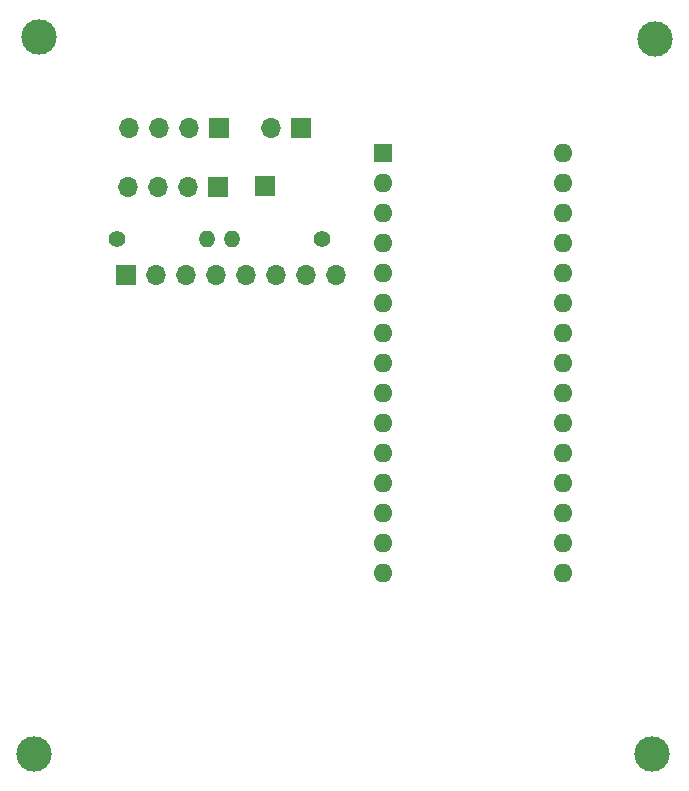
<source format=gbr>
%TF.GenerationSoftware,KiCad,Pcbnew,7.0.7*%
%TF.CreationDate,2023-10-16T17:54:11+02:00*%
%TF.ProjectId,arduino-nano-drone,61726475-696e-46f2-9d6e-616e6f2d6472,0*%
%TF.SameCoordinates,Original*%
%TF.FileFunction,Soldermask,Bot*%
%TF.FilePolarity,Negative*%
%FSLAX46Y46*%
G04 Gerber Fmt 4.6, Leading zero omitted, Abs format (unit mm)*
G04 Created by KiCad (PCBNEW 7.0.7) date 2023-10-16 17:54:11*
%MOMM*%
%LPD*%
G01*
G04 APERTURE LIST*
%ADD10R,1.700000X1.700000*%
%ADD11O,1.700000X1.700000*%
%ADD12C,3.000000*%
%ADD13C,1.400000*%
%ADD14O,1.400000X1.400000*%
%ADD15R,1.600000X1.600000*%
%ADD16O,1.600000X1.600000*%
G04 APERTURE END LIST*
D10*
%TO.C,MPU6050*%
X98700000Y-54800000D03*
D11*
X101240000Y-54800000D03*
X103780000Y-54800000D03*
X106320000Y-54800000D03*
X108860000Y-54800000D03*
X111400000Y-54800000D03*
X113940000Y-54800000D03*
X116480000Y-54800000D03*
%TD*%
D12*
%TO.C,REF\u002A\u002A*%
X90886202Y-95411881D03*
%TD*%
D13*
%TO.C,R2*%
X97900000Y-51800000D03*
D14*
X105520000Y-51800000D03*
%TD*%
D10*
%TO.C,BT1*%
X113500000Y-42400000D03*
D11*
X110960000Y-42400000D03*
%TD*%
D12*
%TO.C,REF\u002A\u002A*%
X91300000Y-34650000D03*
%TD*%
D10*
%TO.C,M*%
X106475000Y-47370000D03*
D11*
X103935000Y-47370000D03*
X101395000Y-47370000D03*
X98855000Y-47370000D03*
%TD*%
D10*
%TO.C,PPM*%
X110435000Y-47320000D03*
%TD*%
D12*
%TO.C,REF\u002A\u002A*%
X143450000Y-34800000D03*
%TD*%
%TO.C,REF\u002A\u002A*%
X143186202Y-95361881D03*
%TD*%
D15*
%TO.C,ARDUINO*%
X120460000Y-44520000D03*
D16*
X120460000Y-47060000D03*
X120460000Y-49600000D03*
X120460000Y-52140000D03*
X120460000Y-54680000D03*
X120460000Y-57220000D03*
X120460000Y-59760000D03*
X120460000Y-62300000D03*
X120460000Y-64840000D03*
X120460000Y-67380000D03*
X120460000Y-69920000D03*
X120460000Y-72460000D03*
X120460000Y-75000000D03*
X120460000Y-77540000D03*
X120460000Y-80080000D03*
X135700000Y-80080000D03*
X135700000Y-77540000D03*
X135700000Y-75000000D03*
X135700000Y-72460000D03*
X135700000Y-69920000D03*
X135700000Y-67380000D03*
X135700000Y-64840000D03*
X135700000Y-62300000D03*
X135700000Y-59760000D03*
X135700000Y-57220000D03*
X135700000Y-54680000D03*
X135700000Y-52140000D03*
X135700000Y-49600000D03*
X135700000Y-47060000D03*
X135700000Y-44520000D03*
%TD*%
D13*
%TO.C,R1*%
X115220000Y-51800000D03*
D14*
X107600000Y-51800000D03*
%TD*%
D10*
%TO.C,MGND*%
X106520000Y-42400000D03*
D11*
X103980000Y-42400000D03*
X101440000Y-42400000D03*
X98900000Y-42400000D03*
%TD*%
M02*

</source>
